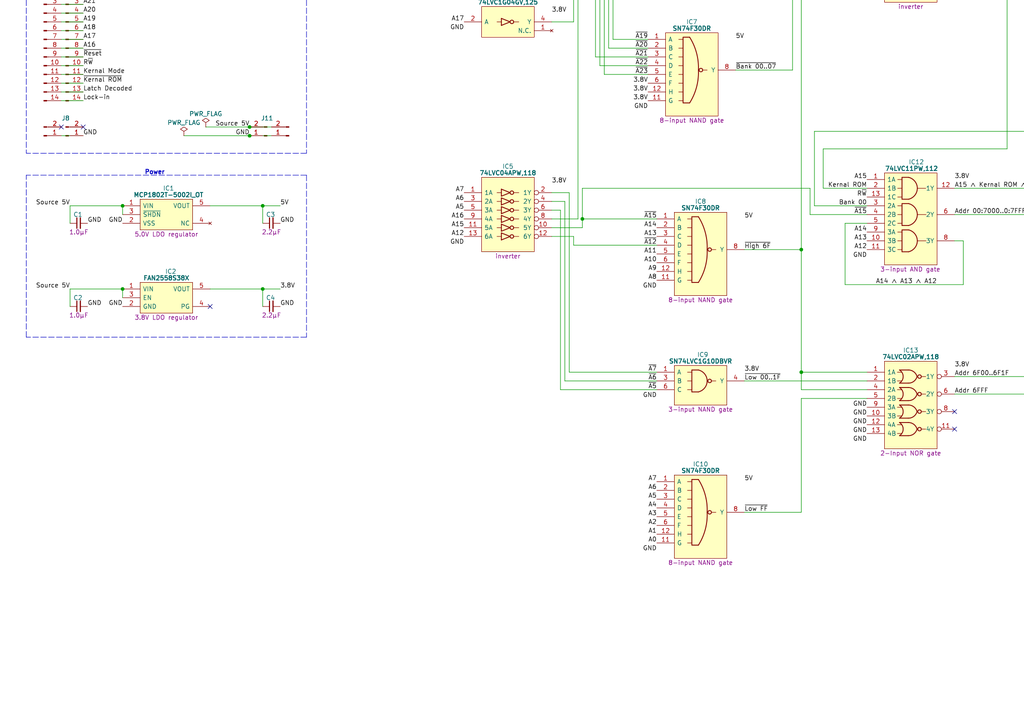
<source format=kicad_sch>
(kicad_sch (version 20211123) (generator eeschema)
  (paper "A4")
  (junction (at 372.11 0))
  (junction (at 35.56 83.82))
  (junction (at 173.99 -15.24))
  (junction (at 168.91 63.5))
  (junction (at 35.56 59.69))
  (junction (at 176.53 -20.32))
  (junction (at 72.39 39.37))
  (junction (at 232.41 107.95))
  (junction (at 308.61 39.37))
  (junction (at 175.26 -17.78))
  (junction (at 303.53 -13.97))
  (junction (at 177.8 -22.86))
  (junction (at 76.2 83.82))
  (junction (at 325.12 30.48))
  (junction (at 308.61 86.36))
  (junction (at 76.2 59.69))
  (junction (at 308.61 -3.81))
  (junction (at 308.61 106.68))
  (junction (at 232.41 72.39))
  (junction (at 72.39 36.83))
  (junction (at 308.61 38.1))
  (junction (at 172.72 -12.7))
  (no_connect (at 78.74 -13.97))
  (no_connect (at 276.86 -6.35))
  (no_connect (at 276.86 -3.81))
  (no_connect (at 276.86 119.38))
  (no_connect (at 276.86 124.46))
  (no_connect (at 547.37 66.04))
  (no_connect (at 547.37 100.33))
  (no_connect (at 24.13 36.83))
  (no_connect (at 78.74 -11.43))
  (no_connect (at 294.64 -57.15))
  (no_connect (at 274.32 -57.15))
  (no_connect (at 72.39 -11.43))
  (no_connect (at 60.96 88.9))
  (no_connect (at 353.06 50.8))
  (no_connect (at 353.06 55.88))
  (no_connect (at 72.39 -13.97))
  (no_connect (at 78.74 -59.69))
  (no_connect (at 72.39 -59.69))
  (no_connect (at 267.97 -67.31))
  (no_connect (at 267.97 -69.85))
  (no_connect (at 274.32 -83.82))
  (no_connect (at 294.64 -83.82))
  (no_connect (at 17.78 36.83))
  (no_connect (at 353.06 124.46))
  (wire (pts (xy 492.76 40.64) (xy 510.54 40.64)))
  (wire (pts (xy 325.12 -6.35) (xy 325.12 30.48)))
  (wire (pts (xy 17.78 13.97) (xy 24.13 13.97)))
  (wire (pts (xy 78.74 36.83) (xy 72.39 36.83)))
  (wire (pts (xy 502.92 55.88) (xy 502.92 102.87)))
  (wire (pts (xy 276.86 114.3) (xy 302.26 114.3)))
  (wire (pts (xy 511.81 38.1) (xy 511.81 53.34)))
  (wire (pts (xy 353.06 0) (xy 372.11 0)))
  (wire (pts (xy 381 81.28) (xy 355.6 81.28)))
  (wire (pts (xy 232.41 113.03) (xy 251.46 113.03)))
  (wire (pts (xy 267.97 -62.23) (xy 274.32 -62.23)))
  (wire (pts (xy 187.96 -7.62) (xy 167.64 -7.62)))
  (wire (pts (xy 20.32 59.69) (xy 35.56 59.69)))
  (wire (pts (xy 276.86 62.23) (xy 298.45 62.23)))
  (wire (pts (xy 299.72 -81.28) (xy 294.64 -81.28)))
  (wire (pts (xy 276.86 -16.51) (xy 308.61 -16.51)))
  (wire (pts (xy 373.38 71.12) (xy 381 71.12)))
  (wire (pts (xy 353.06 -10.16) (xy 436.88 -10.16)))
  (wire (pts (xy 273.05 -72.39) (xy 273.05 -76.2)))
  (wire (pts (xy 168.91 63.5) (xy 190.5 63.5)))
  (wire (pts (xy 17.78 -62.23) (xy 24.13 -62.23)))
  (wire (pts (xy 294.64 -62.23) (xy 300.99 -62.23)))
  (wire (pts (xy 353.06 40.64) (xy 467.36 40.64)))
  (wire (pts (xy 236.22 38.1) (xy 236.22 59.69)))
  (wire (pts (xy 78.74 -6.35) (xy 72.39 -6.35)))
  (wire (pts (xy 298.45 -1.27) (xy 327.66 -1.27)))
  (wire (pts (xy 276.86 -13.97) (xy 303.53 -13.97)))
  (wire (pts (xy 322.58 -11.43) (xy 327.66 -11.43)))
  (wire (pts (xy 271.78 -74.93) (xy 267.97 -74.93)))
  (wire (pts (xy 17.78 1.27) (xy 24.13 1.27)))
  (wire (pts (xy 187.96 11.43) (xy 177.8 11.43)))
  (wire (pts (xy 179.07 -17.78) (xy 187.96 -17.78)))
  (wire (pts (xy 300.99 -83.82) (xy 300.99 -78.74)))
  (wire (pts (xy 299.72 -49.53) (xy 306.07 -49.53)))
  (wire (pts (xy 251.46 115.57) (xy 232.41 115.57)))
  (wire (pts (xy 406.4 73.66) (xy 414.02 73.66)))
  (polyline (pts (xy 7.62 97.79) (xy 7.62 50.8)))
  (wire (pts (xy 353.06 -15.24) (xy 355.6 -15.24)))
  (wire (pts (xy 165.1 107.95) (xy 190.5 107.95)))
  (wire (pts (xy 17.78 -59.69) (xy 24.13 -59.69)))
  (wire (pts (xy 320.04 54.61) (xy 276.86 54.61)))
  (wire (pts (xy 377.19 60.96) (xy 377.19 78.74)))
  (wire (pts (xy 17.78 -21.59) (xy 24.13 -21.59)))
  (wire (pts (xy 308.61 106.68) (xy 327.66 106.68)))
  (wire (pts (xy 232.41 107.95) (xy 251.46 107.95)))
  (wire (pts (xy 177.8 -22.86) (xy 177.8 11.43)))
  (wire (pts (xy 355.6 45.72) (xy 355.6 30.48)))
  (wire (pts (xy 267.97 -64.77) (xy 274.32 -64.77)))
  (wire (pts (xy 381 73.66) (xy 372.11 73.66)))
  (wire (pts (xy 17.78 8.89) (xy 24.13 8.89)))
  (wire (pts (xy 406.4 81.28) (xy 440.69 81.28)))
  (wire (pts (xy 276.86 109.22) (xy 327.66 109.22)))
  (wire (pts (xy 238.76 43.18) (xy 238.76 54.61)))
  (polyline (pts (xy 7.62 -68.58) (xy 7.62 44.45)))
  (wire (pts (xy 78.74 39.37) (xy 72.39 39.37)))
  (wire (pts (xy 294.64 -64.77) (xy 306.07 -64.77)))
  (wire (pts (xy 215.9 110.49) (xy 251.46 110.49)))
  (wire (pts (xy 374.65 88.9) (xy 381 88.9)))
  (wire (pts (xy 234.95 54.61) (xy 234.95 62.23)))
  (wire (pts (xy 439.42 50.8) (xy 467.36 50.8)))
  (wire (pts (xy 166.37 68.58) (xy 160.02 68.58)))
  (wire (pts (xy 372.11 0) (xy 435.61 0)))
  (wire (pts (xy 173.99 19.05) (xy 187.96 19.05)))
  (wire (pts (xy 270.51 -77.47) (xy 270.51 -81.28)))
  (wire (pts (xy 17.78 24.13) (xy 24.13 24.13)))
  (wire (pts (xy 17.78 11.43) (xy 24.13 11.43)))
  (wire (pts (xy 173.99 -15.24) (xy 187.96 -15.24)))
  (wire (pts (xy 300.99 -78.74) (xy 294.64 -78.74)))
  (wire (pts (xy 300.99 -62.23) (xy 300.99 -57.15)))
  (wire (pts (xy 467.36 38.1) (xy 436.88 38.1)))
  (wire (pts (xy 173.99 -15.24) (xy 173.99 19.05)))
  (wire (pts (xy 492.76 50.8) (xy 505.46 50.8)))
  (wire (pts (xy 163.83 110.49) (xy 190.5 110.49)))
  (wire (pts (xy 215.9 72.39) (xy 232.41 72.39)))
  (wire (pts (xy 232.41 107.95) (xy 232.41 113.03)))
  (wire (pts (xy 509.27 43.18) (xy 509.27 58.42)))
  (polyline (pts (xy 88.9 97.79) (xy 7.62 97.79)))
  (wire (pts (xy 308.61 -3.81) (xy 308.61 -16.51)))
  (wire (pts (xy 279.4 82.55) (xy 245.11 82.55)))
  (wire (pts (xy 294.64 -59.69) (xy 299.72 -59.69)))
  (wire (pts (xy 160.02 58.42) (xy 163.83 58.42)))
  (wire (pts (xy 414.02 73.66) (xy 414.02 60.96)))
  (wire (pts (xy 504.19 100.33) (xy 521.97 100.33)))
  (wire (pts (xy 17.78 -44.45) (xy 24.13 -44.45)))
  (wire (pts (xy 166.37 71.12) (xy 190.5 71.12)))
  (wire (pts (xy 303.53 83.82) (xy 303.53 -13.97)))
  (wire (pts (xy 172.72 -12.7) (xy 179.07 -12.7)))
  (wire (pts (xy 510.54 55.88) (xy 521.97 55.88)))
  (wire (pts (xy 353.06 -5.08) (xy 373.38 -5.08)))
  (wire (pts (xy 160.02 -25.4) (xy 187.96 -25.4)))
  (wire (pts (xy 294.64 -76.2) (xy 306.07 -76.2)))
  (wire (pts (xy 232.41 148.59) (xy 215.9 148.59)))
  (wire (pts (xy 20.32 83.82) (xy 20.32 88.9)))
  (polyline (pts (xy 88.9 50.8) (xy 88.9 97.79)))
  (wire (pts (xy 353.06 38.1) (xy 359.41 38.1)))
  (wire (pts (xy 245.11 82.55) (xy 245.11 64.77)))
  (wire (pts (xy 322.58 -16.51) (xy 327.66 -16.51)))
  (wire (pts (xy 436.88 38.1) (xy 436.88 -10.16)))
  (wire (pts (xy 168.91 54.61) (xy 234.95 54.61)))
  (wire (pts (xy 229.87 -13.97) (xy 229.87 20.32)))
  (wire (pts (xy 179.07 -12.7) (xy 179.07 -17.78)))
  (wire (pts (xy 229.87 -13.97) (xy 251.46 -13.97)))
  (wire (pts (xy 78.74 -3.81) (xy 72.39 -3.81)))
  (wire (pts (xy 292.1 43.18) (xy 238.76 43.18)))
  (wire (pts (xy 78.74 -8.89) (xy 72.39 -8.89)))
  (wire (pts (xy 325.12 30.48) (xy 325.12 41.91)))
  (wire (pts (xy 308.61 114.3) (xy 308.61 106.68)))
  (wire (pts (xy 308.61 86.36) (xy 308.61 106.68)))
  (wire (pts (xy 160.02 -15.24) (xy 173.99 -15.24)))
  (wire (pts (xy 327.66 46.99) (xy 320.04 46.99)))
  (wire (pts (xy 308.61 86.36) (xy 381 86.36)))
  (wire (pts (xy 355.6 -25.4) (xy 325.12 -25.4)))
  (wire (pts (xy 505.46 50.8) (xy 505.46 97.79)))
  (wire (pts (xy 353.06 109.22) (xy 438.15 109.22)))
  (wire (pts (xy 511.81 53.34) (xy 521.97 53.34)))
  (wire (pts (xy 306.07 -91.44) (xy 299.72 -91.44)))
  (wire (pts (xy 355.6 116.84) (xy 353.06 116.84)))
  (wire (pts (xy 176.53 -20.32) (xy 187.96 -20.32)))
  (wire (pts (xy 17.78 -3.81) (xy 24.13 -3.81)))
  (wire (pts (xy 353.06 45.72) (xy 355.6 45.72)))
  (wire (pts (xy 267.97 -59.69) (xy 274.32 -59.69)))
  (wire (pts (xy 327.66 -6.35) (xy 325.12 -6.35)))
  (wire (pts (xy 160.02 55.88) (xy 165.1 55.88)))
  (wire (pts (xy 78.74 -21.59) (xy 72.39 -21.59)))
  (wire (pts (xy 187.96 -12.7) (xy 180.34 -12.7)))
  (wire (pts (xy 274.32 -78.74) (xy 271.78 -78.74)))
  (wire (pts (xy 510.54 40.64) (xy 510.54 55.88)))
  (wire (pts (xy 279.4 69.85) (xy 279.4 82.55)))
  (wire (pts (xy 17.78 -36.83) (xy 24.13 -36.83)))
  (wire (pts (xy 167.64 -7.62) (xy 167.64 63.5)))
  (wire (pts (xy 172.72 16.51) (xy 187.96 16.51)))
  (wire (pts (xy 17.78 -39.37) (xy 24.13 -39.37)))
  (wire (pts (xy 17.78 16.51) (xy 24.13 16.51)))
  (wire (pts (xy 180.34 -12.7) (xy 180.34 -19.05)))
  (wire (pts (xy 17.78 6.35) (xy 24.13 6.35)))
  (wire (pts (xy 372.11 73.66) (xy 372.11 0)))
  (wire (pts (xy 308.61 -3.81) (xy 327.66 -3.81)))
  (wire (pts (xy 17.78 -49.53) (xy 24.13 -49.53)))
  (wire (pts (xy 180.34 -19.05) (xy 175.26 -19.05)))
  (wire (pts (xy 172.72 -12.7) (xy 172.72 16.51)))
  (wire (pts (xy 166.37 -10.16) (xy 166.37 6.35)))
  (wire (pts (xy 267.97 -77.47) (xy 270.51 -77.47)))
  (wire (pts (xy 300.99 -57.15) (xy 306.07 -57.15)))
  (wire (pts (xy 17.78 -13.97) (xy 24.13 -13.97)))
  (wire (pts (xy 160.02 63.5) (xy 167.64 63.5)))
  (wire (pts (xy 17.78 19.05) (xy 24.13 19.05)))
  (polyline (pts (xy 88.9 -68.58) (xy 88.9 44.45)))
  (wire (pts (xy 162.56 113.03) (xy 190.5 113.03)))
  (wire (pts (xy 162.56 60.96) (xy 162.56 113.03)))
  (wire (pts (xy 17.78 -26.67) (xy 24.13 -26.67)))
  (wire (pts (xy 17.78 -24.13) (xy 24.13 -24.13)))
  (wire (pts (xy 353.06 -17.78) (xy 359.41 -17.78)))
  (wire (pts (xy 505.46 97.79) (xy 521.97 97.79)))
  (wire (pts (xy 320.04 46.99) (xy 320.04 54.61)))
  (wire (pts (xy 467.36 53.34) (xy 435.61 53.34)))
  (wire (pts (xy 492.76 45.72) (xy 508 45.72)))
  (wire (pts (xy 17.78 -16.51) (xy 24.13 -16.51)))
  (wire (pts (xy 187.96 21.59) (xy 175.26 21.59)))
  (wire (pts (xy 78.74 -19.05) (xy 72.39 -19.05)))
  (wire (pts (xy 187.96 -10.16) (xy 166.37 -10.16)))
  (wire (pts (xy 17.78 -31.75) (xy 24.13 -31.75)))
  (wire (pts (xy 160.02 60.96) (xy 162.56 60.96)))
  (wire (pts (xy 238.76 54.61) (xy 251.46 54.61)))
  (wire (pts (xy 355.6 81.28) (xy 355.6 116.84)))
  (wire (pts (xy 17.78 29.21) (xy 24.13 29.21)))
  (wire (pts (xy 355.6 -15.24) (xy 355.6 -25.4)))
  (wire (pts (xy 213.36 20.32) (xy 229.87 20.32)))
  (wire (pts (xy 327.66 114.3) (xy 308.61 114.3)))
  (wire (pts (xy 168.91 54.61) (xy 168.91 63.5)))
  (wire (pts (xy 325.12 -8.89) (xy 327.66 -8.89)))
  (wire (pts (xy 76.2 59.69) (xy 81.28 59.69)))
  (wire (pts (xy 271.78 -78.74) (xy 271.78 -74.93)))
  (wire (pts (xy 163.83 58.42) (xy 163.83 110.49)))
  (wire (pts (xy 303.53 -13.97) (xy 327.66 -13.97)))
  (wire (pts (xy 308.61 38.1) (xy 308.61 -3.81)))
  (wire (pts (xy 17.78 -1.27) (xy 24.13 -1.27)))
  (wire (pts (xy 504.19 53.34) (xy 504.19 100.33)))
  (wire (pts (xy 492.76 38.1) (xy 511.81 38.1)))
  (wire (pts (xy 508 60.96) (xy 521.97 60.96)))
  (wire (pts (xy 160.02 -12.7) (xy 172.72 -12.7)))
  (wire (pts (xy 355.6 30.48) (xy 325.12 30.48)))
  (polyline (pts (xy 88.9 50.8) (xy 7.62 50.8)))
  (wire (pts (xy 17.78 -46.99) (xy 24.13 -46.99)))
  (wire (pts (xy 166.37 71.12) (xy 166.37 68.58)))
  (wire (pts (xy 267.97 -72.39) (xy 273.05 -72.39)))
  (wire (pts (xy 251.46 59.69) (xy 236.22 59.69)))
  (wire (pts (xy 502.92 102.87) (xy 521.97 102.87)))
  (wire (pts (xy 35.56 83.82) (xy 35.56 86.36)))
  (wire (pts (xy 435.61 53.34) (xy 435.61 0)))
  (wire (pts (xy 509.27 58.42) (xy 521.97 58.42)))
  (wire (pts (xy 17.78 21.59) (xy 24.13 21.59)))
  (wire (pts (xy 232.41 72.39) (xy 232.41 107.95)))
  (wire (pts (xy 72.39 39.37) (xy 53.34 39.37)))
  (wire (pts (xy 17.78 39.37) (xy 24.13 39.37)))
  (wire (pts (xy 176.53 13.97) (xy 187.96 13.97)))
  (wire (pts (xy 160.02 -20.32) (xy 176.53 -20.32)))
  (wire (pts (xy 438.15 43.18) (xy 438.15 109.22)))
  (wire (pts (xy 308.61 38.1) (xy 236.22 38.1)))
  (wire (pts (xy 17.78 -11.43) (xy 24.13 -11.43)))
  (wire (pts (xy 76.2 83.82) (xy 81.28 83.82)))
  (wire (pts (xy 168.91 63.5) (xy 168.91 66.04)))
  (wire (pts (xy 492.76 43.18) (xy 509.27 43.18)))
  (wire (pts (xy 302.26 114.3) (xy 302.26 91.44)))
  (wire (pts (xy 160.02 -22.86) (xy 177.8 -22.86)))
  (wire (pts (xy 302.26 91.44) (xy 381 91.44)))
  (wire (pts (xy 308.61 39.37) (xy 308.61 38.1)))
  (wire (pts (xy 213.36 -16.51) (xy 251.46 -16.51)))
  (wire (pts (xy 232.41 72.39) (xy 232.41 -8.89)))
  (wire (pts (xy 276.86 69.85) (xy 279.4 69.85)))
  (wire (pts (xy 492.76 48.26) (xy 506.73 48.26)))
  (wire (pts (xy 506.73 95.25) (xy 521.97 95.25)))
  (wire (pts (xy 76.2 59.69) (xy 76.2 64.77)))
  (wire (pts (xy 78.74 -62.23) (xy 72.39 -62.23)))
  (wire (pts (xy 76.2 83.82) (xy 76.2 88.9)))
  (wire (pts (xy 298.45 62.23) (xy 298.45 -1.27)))
  (wire (pts (xy 17.78 -19.05) (xy 24.13 -19.05)))
  (wire (pts (xy 17.78 -29.21) (xy 24.13 -29.21)))
  (wire (pts (xy 325.12 -25.4) (xy 325.12 -8.89)))
  (wire (pts (xy 308.61 39.37) (xy 308.61 86.36)))
  (wire (pts (xy 508 45.72) (xy 508 60.96)))
  (wire (pts (xy 276.86 -11.43) (xy 292.1 -11.43)))
  (wire (pts (xy 299.72 -91.44) (xy 299.72 -81.28)))
  (wire (pts (xy 175.26 -17.78) (xy 175.26 21.59)))
  (wire (pts (xy 299.72 -59.69) (xy 299.72 -49.53)))
  (wire (pts (xy 506.73 48.26) (xy 506.73 95.25)))
  (wire (pts (xy 353.06 106.68) (xy 359.41 106.68)))
  (wire (pts (xy 245.11 64.77) (xy 251.46 64.77)))
  (wire (pts (xy 175.26 -19.05) (xy 175.26 -17.78)))
  (wire (pts (xy 492.76 55.88) (xy 502.92 55.88)))
  (wire (pts (xy 72.39 36.83) (xy 59.69 36.83)))
  (wire (pts (xy 327.66 116.84) (xy 306.07 116.84)))
  (wire (pts (xy 374.65 76.2) (xy 381 76.2)))
  (wire (pts (xy 306.07 116.84) (xy 306.07 -8.89)))
  (wire (pts (xy 232.41 115.57) (xy 232.41 148.59)))
  (wire (pts (xy 165.1 55.88) (xy 165.1 107.95)))
  (wire (pts (xy 17.78 26.67) (xy 24.13 26.67)))
  (wire (pts (xy 166.37 6.35) (xy 160.02 6.35)))
  (wire (pts (xy 406.4 88.9) (xy 439.42 88.9)))
  (wire (pts (xy 322.58 3.81) (xy 327.66 3.81)))
  (wire (pts (xy 306.07 -8.89) (xy 276.86 -8.89)))
  (wire (pts (xy 414.02 60.96) (xy 377.19 60.96)))
  (wire (pts (xy 20.32 83.82) (xy 35.56 83.82)))
  (wire (pts (xy 308.61 39.37) (xy 327.66 39.37)))
  (wire (pts (xy 467.36 43.18) (xy 438.15 43.18)))
  (wire (pts (xy 234.95 62.23) (xy 251.46 62.23)))
  (wire (pts (xy 325.12 41.91) (xy 327.66 41.91)))
  (wire (pts (xy 381 83.82) (xy 303.53 83.82)))
  (wire (pts (xy 168.91 66.04) (xy 160.02 66.04)))
  (wire (pts (xy 160.02 -17.78) (xy 175.26 -17.78)))
  (wire (pts (xy 35.56 62.23) (xy 35.56 59.69)))
  (wire (pts (xy 439.42 88.9) (xy 439.42 50.8)))
  (wire (pts (xy 377.19 78.74) (xy 381 78.74)))
  (wire (pts (xy 373.38 -5.08) (xy 373.38 71.12)))
  (wire (pts (xy 60.96 83.82) (xy 76.2 83.82)))
  (wire (pts (xy 176.53 -20.32) (xy 176.53 13.97)))
  (polyline (pts (xy 88.9 44.45) (xy 7.62 44.45)))
  (wire (pts (xy 177.8 -22.86) (xy 187.96 -22.86)))
  (wire (pts (xy 273.05 -76.2) (xy 274.32 -76.2)))
  (wire (pts (xy 467.36 55.88) (xy 440.69 55.88)))
  (wire (pts (xy 20.32 59.69) (xy 20.32 64.77)))
  (wire (pts (xy 17.78 3.81) (xy 24.13 3.81)))
  (wire (pts (xy 492.76 53.34) (xy 504.19 53.34)))
  (wire (pts (xy 270.51 -81.28) (xy 274.32 -81.28)))
  (wire (pts (xy 440.69 55.88) (xy 440.69 81.28)))
  (wire (pts (xy 322.58 1.27) (xy 327.66 1.27)))
  (polyline (pts (xy 7.62 -68.58) (xy 88.9 -68.58)))
  (wire (pts (xy 60.96 59.69) (xy 76.2 59.69)))
  (wire (pts (xy 78.74 -16.51) (xy 72.39 -16.51)))
  (wire (pts (xy 232.41 -8.89) (xy 251.46 -8.89)))
  (wire (pts (xy 292.1 -11.43) (xy 292.1 43.18)))
  (wire (pts (xy 17.78 -41.91) (xy 24.13 -41.91)))
  (wire (pts (xy 306.07 -83.82) (xy 300.99 -83.82)))
  (wire (pts (xy 17.78 -34.29) (xy 24.13 -34.29)))
  (text "⊼ NAND\n∧ AND\n∨ OR\n⊽ NOR\n⊻ XOR\n" (at 161.29 -60.96 0) (effects (font (size 1.27 1.27)) (justify left bottom)))
  (text "Connectors" (at 40.64 -68.58 0) (effects (font (size 1.27 1.27) (thickness 0.254) bold) (justify left bottom)))
  (text "Power" (at 41.91 50.8 0) (effects (font (size 1.27 1.27) (thickness 0.254) bold) (justify left bottom)))
  (label "3.8V" (at 523.24 -45.72 180))
  (label "GND" (at 467.36 33.02 180))
  (label "~{Special Valid}" (at 242.57 -72.39 180))
  (label "~{Special Valid}_{0}" (at 467.36 43.18 180))
  (label "A23" (at 24.13 -3.81 0))
  (label "Lock-in" (at 521.97 50.8 180))
  (label "GND" (at 521.97 73.66 180))
  (label "5V" (at 508 -27.94 180))
  (label "GND" (at 543.56 -19.05 0))
  (label "3.8V" (at 521.97 68.58 180))
  (label "GND" (at 322.58 3.81 180))
  (label "A10" (at 24.13 -36.83 0))
  (label "GND" (at 251.46 120.65 180))
  (label "Kernal Mode" (at 327.66 111.76 180))
  (label "GND" (at 558.8 -27.94 0))
  (label "~{Main Memory Valid}" (at 547.37 58.42 0))
  (label "3.8V" (at 359.41 106.68 0))
  (label "Latch Decoded" (at 24.13 26.67 0))
  (label "~{Special Valid}_{0}" (at 408.94 109.22 0))
  (label "A21" (at 24.13 1.27 0))
  (label "GND" (at 251.46 -3.81 180))
  (label "~{Reset}" (at 322.58 -11.43 180))
  (label "~{A21}" (at 187.96 -17.78 180))
  (label "Lock-in Address Valid" (at 72.39 -8.89 180))
  (label "Addr 00:7000..0:7FFF" (at 276.86 62.23 0))
  (label "A7" (at 190.5 139.7 180))
  (label "A22" (at 134.62 -15.24 180))
  (label "GND" (at 513.08 -27.94 0))
  (label "~{LED Enable}" (at 24.13 -59.69 0))
  (label "Kernal Mode" (at 322.58 -16.51 180))
  (label "~{A12}" (at 190.5 71.12 180))
  (label "Internal Memory Valid_{0}" (at 467.36 55.88 180))
  (label "3.8V" (at 215.9 107.95 0))
  (label "A1" (at 24.13 -13.97 0))
  (label "3.8V" (at 523.24 -19.05 180))
  (label "((A15 ∧ Kernal ROM ∧ R~{W}) ∧ Kernal Mode) ⊼ Bank 00" (at 353.06 -5.08 0))
  (label "5V" (at 242.57 -80.01 180))
  (label "A13" (at 24.13 -44.45 0))
  (label "Lock-in Address Valid_{0 and 1}" (at 408.94 88.9 0))
  (label "3.8V" (at 521.97 63.5 180))
  (label "3.8V" (at 553.72 -19.05 180))
  (label "~{A19}" (at 187.96 11.43 180))
  (label "GND" (at 72.39 39.37 180))
  (label "Kernal Mode ⊼ Bank NT" (at 327.66 -25.4 0))
  (label "A13" (at 190.5 68.58 180))
  (label "GND" (at 528.32 -36.83 0))
  (label "~{A5}" (at 190.5 113.03 180))
  (label "Bank 00" (at 374.65 86.36 180))
  (label "GND" (at 24.13 39.37 0))
  (label "GND" (at 25.4 64.77 0))
  (label "A2" (at 190.5 152.4 180))
  (label "Main Memory Valid_{0}" (at 408.94 -10.16 0))
  (label "A3" (at 24.13 -19.05 0))
  (label "3.8V" (at 492.76 33.02 0))
  (label "Bank 00..07" (at 276.86 -13.97 0))
  (label "~{A23}" (at 187.96 -12.7 180))
  (label "GND" (at 190.5 160.02 180))
  (label "Internal Memory Valid" (at 547.37 107.95 0))
  (label "Kernal ROM" (at 251.46 54.61 180))
  (label "GND" (at 327.66 59.69 180))
  (label "Internal Memory Valid_{0}" (at 408.94 81.28 0))
  (label "A14" (at 190.5 66.04 180))
  (label "Source 5V" (at 20.32 59.69 180))
  (label "GND" (at 35.56 64.77 180))
  (label "GND" (at 327.66 129.54 180))
  (label "Kernal ROM" (at 276.86 -11.43 0))
  (label "3.8V" (at 276.86 52.07 0))
  (label "ROM Valid_{0}" (at 467.36 40.64 180))
  (label "~{A16}" (at 187.96 -7.62 180))
  (label "~{A15}" (at 190.5 63.5 180))
  (label "A18" (at 134.62 -25.4 180))
  (label "GND" (at 513.08 -36.83 0))
  (label "GND" (at 251.46 -6.35 180))
  (label "GND" (at 327.66 121.92 180))
  (label "A5" (at 24.13 -24.13 0))
  (label "A22" (at 24.13 -1.27 0))
  (label "GND" (at 190.5 115.57 180))
  (label "Kernal Mode" (at 327.66 119.38 180))
  (label "A15 ∧ Kernal ROM ∧ R~{W}" (at 276.86 54.61 0))
  (label "3.8V" (at 359.41 -17.78 0))
  (label "Addr 6FFF" (at 374.65 91.44 180))
  (label "Addr 6FFF" (at 276.86 114.3 0))
  (label "GND" (at 187.96 -5.08 180))
  (label "A17" (at 24.13 11.43 0))
  (label "A7" (at 134.62 55.88 180))
  (label "GND" (at 381 93.98 180))
  (label "GND" (at 528.32 -19.05 0))
  (label "~{A20}" (at 187.96 -20.32 180))
  (label "5V" (at 215.9 63.5 0))
  (label "GND" (at 521.97 48.26 180))
  (label "~{A22}" (at 187.96 -15.24 180))
  (label "A15" (at 134.62 66.04 180))
  (label "GND" (at 467.36 45.72 180))
  (label "GND" (at 497.84 -29.21 0))
  (label "R~{W}" (at 251.46 57.15 180))
  (label "~{Kernal ROM}" (at 251.46 -11.43 180))
  (label "GND" (at 327.66 127 180))
  (label "GND" (at 134.62 8.89 180))
  (label "~{Device Valid}_{0}" (at 467.36 53.34 180))
  (label "A16" (at 24.13 13.97 0))
  (label "~{Device Valid}" (at 72.39 -6.35 180))
  (label "GND" (at 72.39 -62.23 180))
  (label "3.8V" (at 187.96 26.67 180))
  (label "A7" (at 24.13 -29.21 0))
  (label "~{Main Memory Valid}" (at 242.57 -77.47 180))
  (label "GND" (at 327.66 57.15 180))
  (label "Lock-in" (at 24.13 29.21 0))
  (label "3.8V" (at 523.24 -36.83 180))
  (label "3.8V" (at 160.02 3.81 0))
  (label "3.8V" (at 538.48 -19.05 180))
  (label "Latch Decoded" (at 467.36 35.56 180))
  (label "3.8V" (at 276.86 -19.05 0))
  (label "(A15 ∧ Kernal ROM ∧ R~{W}) ∧ Kernal Mode" (at 327.66 30.48 0))
  (label "5V" (at 492.76 -36.83 180))
  (label "GND" (at 528.32 -45.72 0))
  (label "3.8V" (at 187.96 29.21 180))
  (label "3.8V" (at 538.48 -36.83 180))
  (label "Source 5V" (at 20.32 83.82 180))
  (label "~{Device Valid}" (at 242.57 -62.23 180))
  (label "GND" (at 187.96 31.75 180))
  (label "A3" (at 190.5 149.86 180))
  (label "A17" (at 134.62 6.35 180))
  (label "~{Kernal ROM}" (at 24.13 24.13 0))
  (label "A10" (at 190.5 76.2 180))
  (label "A6" (at 190.5 142.24 180))
  (label "ROM Valid" (at 72.39 -19.05 180))
  (label "3.8V" (at 547.37 48.26 0))
  (label "GND" (at 251.46 125.73 180))
  (label "3.8V" (at 160.02 53.34 0))
  (label "GND" (at 513.08 -19.05 0))
  (label "GND" (at 327.66 54.61 180))
  (label "~{A23}" (at 187.96 21.59 180))
  (label "3.8V" (at 359.41 38.1 0))
  (label "R~{W}" (at 24.13 19.05 0))
  (label "3.8V" (at 538.48 -45.72 180))
  (label "3.8V" (at 81.28 83.82 0))
  (label "Kernal Mode" (at 374.65 76.2 180))
  (label "GND" (at 251.46 128.27 180))
  (label "~{Special Valid}" (at 72.39 -16.51 180))
  (label "A12" (at 251.46 72.39 180))
  (label "~{A18}" (at 187.96 -25.4 180))
  (label "GND" (at 25.4 88.9 0))
  (label "3.8V" (at 276.86 106.68 0))
  (label "GND" (at 24.13 -62.23 0))
  (label "~{Low 00..1F}" (at 215.9 110.49 0))
  (label "Kernal Mode" (at 322.58 1.27 180))
  (label "GND" (at 543.56 -27.94 0))
  (label "GND" (at 521.97 115.57 180))
  (label "A20" (at 134.62 -20.32 180))
  (label "GND" (at 497.84 -36.83 0))
  (label "Kernal Mode" (at 327.66 44.45 180))
  (label "A19" (at 134.62 -22.86 180))
  (label "~{Bank 00..07}" (at 213.36 20.32 0))
  (label "GND" (at 521.97 66.04 180))
  (label "GND" (at 81.28 64.77 0))
  (label "GND" (at 497.84 -45.72 0))
  (label "GND" (at 558.8 -45.72 0))
  (label "3.8V" (at 538.48 -27.94 180))
  (label "~{LED Enable}" (at 242.57 -82.55 180))
  (label "3.8V" (at 160.02 -27.94 0))
  (label "GND" (at 558.8 -19.05 0))
  (label "Lock-in Address Valid" (at 547.37 102.87 0))
  (label "A14 ∧ A13 ∧ A12" (at 254 82.55 0))
  (label "A8" (at 24.13 -31.75 0))
  (label "~{A17}" (at 187.96 -10.16 180))
  (label "3.8V" (at 521.97 113.03 180))
  (label "GND" (at 327.66 52.07 180))
  (label "~{High 6F}" (at 215.9 72.39 0))
  (label "GND" (at 467.36 58.42 180))
  (label "Lock-in Address Valid_{0 and 1}" (at 521.97 107.95 180))
  (label "A14" (at 251.46 67.31 180))
  (label "A23" (at 134.62 -17.78 180))
  (label "GND" (at 327.66 124.46 180))
  (label "GND" (at 251.46 123.19 180))
  (label "A6" (at 134.62 58.42 180))
  (label "A5" (at 190.5 144.78 180))
  (label "~{Bank 00}" (at 213.36 -16.51 0))
  (label "3.8V" (at 508 -36.83 180))
  (label "Lock-in" (at 521.97 92.71 180))
  (label "A12" (at 134.62 68.58 180))
  (label "Internal Memory Valid" (at 242.57 -59.69 180))
  (label "GND" (at 327.66 49.53 180))
  (label "A18" (at 24.13 8.89 0))
  (label "Bank 00" (at 251.46 59.69 180))
  (label "~{A6}" (at 190.5 110.49 180))
  (label "Kernal Mode" (at 24.13 21.59 0))
  (label "ROM Valid" (at 547.37 60.96 0))
  (label "A13" (at 251.46 69.85 180))
  (label "3.8V" (at 547.37 90.17 0))
  (label "3.8V" (at 523.24 -27.94 180))
  (label "GND" (at 242.57 -69.85 180))
  (label "A8" (at 190.5 81.28 180))
  (label "GND" (at 242.57 -67.31 180))
  (label "GND" (at 190.5 83.82 180))
  (label "A20" (at 24.13 3.81 0))
  (label "A9" (at 24.13 -34.29 0))
  (label "GND" (at 558.8 -36.83 0))
  (label "GND" (at 242.57 -57.15 180))
  (label "Source 5V" (at 72.39 36.83 180))
  (label "GND" (at 35.56 88.9 180))
  (label "A0" (at 24.13 -11.43 0))
  (label "3.8V" (at 521.97 110.49 180))
  (label "A14" (at 24.13 -46.99 0))
  (label "A1" (at 190.5 154.94 180))
  (label "3.8V" (at 553.72 -27.94 180))
  (label "3.8V" (at 508 -19.05 180))
  (label "3.8V" (at 406.4 71.12 0))
  (label "~{Low FF}" (at 215.9 148.59 0))
  (label "GND" (at 251.46 -1.27 180))
  (label "GND" (at 528.32 -27.94 0))
  (label "GND" (at 134.62 -10.16 180))
  (label "Lock-in Address Valid" (at 242.57 -64.77 180))
  (label "GND" (at 251.46 118.11 180))
  (label "5V" (at 267.97 -82.55 0))
  (label "Main Memory Valid_{0}" (at 467.36 38.1 180))
  (label "~{Device Valid}_{0}" (at 408.94 0 0))
  (label "GND" (at 521.97 90.17 180))
  (label "5V" (at 213.36 -25.4 0))
  (label "Bank 00" (at 327.66 114.3 180))
  (label "5V" (at 81.28 59.69 0))
  (label "A0" (at 190.5 157.48 180))
  (label "Lock-in Address Valid_{0 and 1}" (at 467.36 50.8 180))
  (label "5V" (at 492.76 -29.21 180))
  (label "A5" (at 134.62 60.96 180))
  (label "High 6F" (at 276.86 -8.89 0))
  (label "A15" (at 24.13 -49.53 0))
  (label "~{Reset}" (at 24.13 16.51 0))
  (label "A4" (at 190.5 147.32 180))
  (label "GND" (at 521.97 105.41 180))
  (label "~{A21}" (at 187.96 16.51 180))
  (label "Kernal Mode" (at 374.65 88.9 180))
  (label "GND" (at 521.97 71.12 180))
  (label "3.8V" (at 553.72 -45.72 180))
  (label "~{Device Valid}" (at 547.37 105.41 0))
  (label "GND" (at 81.28 88.9 0))
  (label "A21" (at 134.62 -12.7 180))
  (label "5V" (at 506.73 -45.72 180))
  (label "Addr 6F00..6F1F" (at 276.86 109.22 0))
  (label "A6" (at 24.13 -26.67 0))
  (label "ROM Valid" (at 242.57 -74.93 180))
  (label "GND" (at 134.62 71.12 180))
  (label "Bank 00..07" (at 374.65 83.82 180))
  (label "GND" (at 251.46 74.93 180))
  (label "Bank 00" (at 276.86 -16.51 0))
  (label "A2" (at 24.13 -16.51 0))
  (label "5V" (at 215.9 139.7 0))
  (label "ROM Valid_{0}" (at 408.94 40.64 0))
  (label "~{A15}" (at 251.46 62.23 180))
  (label "~{Special Valid}" (at 547.37 63.5 0))
  (label "Bank 00" (at 327.66 106.68 180))
  (label "5V" (at 213.36 11.43 0))
  (label "~{A19}" (at 187.96 -22.86 180))
  (label "GND" (at 511.81 -45.72 0))
  (label "A9" (at 190.5 78.74 180))
  (label "~{A22}" (at 187.96 19.05 180))
  (label "3.8V" (at 187.96 24.13 180))
  (label "A16" (at 134.62 63.5 180))
  (label "A11" (at 24.13 -39.37 0))
  (label "A11" (at 190.5 73.66 180))
  (label "A15" (at 251.46 52.07 180))
  (label "A12" (at 24.13 -41.91 0))
  (label "GND" (at 543.56 -36.83 0))
  (label "5V" (at 492.76 -45.72 180))
  (label "A19" (at 24.13 6.35 0))
  (label "~{A7}" (at 190.5 107.95 180))
  (label "~{A20}" (at 187.96 13.97 180))
  (label "Internal Memory Valid" (at 72.39 -3.81 180))
  (label "GND" (at 467.36 48.26 180))
  (label "GND" (at 543.56 -45.72 0))
  (label "~{Main Memory Valid}" (at 72.39 -21.59 180))
  (label "3.8V" (at 553.72 -36.83 180))
  (label "A4" (at 24.13 -21.59 0))
  (symbol (lib_id "Connector:Conn_01x02_Male") (at 77.47 39.37 180) (unit 1)
    (property "Reference" "J11" (at 77.47 34.29 0))
    (property "Value" "Conn_01x02_Male" (effects hide))
    (property "Footprint" "Connector_PinHeader_2.54mm:PinHeader_1x02_P2.54mm_Vertical" (effects hide))
  )
  (symbol (lib_id "Connector:Conn_01x14_Male") (at 12.7 11.43 0) (unit 1)
    (property "Reference" "J3" (effects hide))
    (property "Value" "Conn_01x14_Male" (effects hide))
    (property "Footprint" "Connector_PinHeader_2.54mm:PinHeader_1x14_P2.54mm_Vertical" (effects hide))
  )
  (symbol (lib_id "Nexperia:74LVC11PW,112") (at 381 71.12 0) (unit 1)
    (property "Reference" "IC17" (at 393.065 66.04 0) (effects (justify left)))
    (property "Value" "74LVC11PW,112" (at 386.08 67.945 0) (effects (font bold) (justify left)))
    (property "Footprint" "SOP65P640X110-14N" (effects hide))
    (property "Datasheet" "https://assets.nexperia.com/documents/data-sheet/74LVC11.pdf" (effects hide))
    (property "Description" "3-input AND gate" (at 384.81 97.155 0) (effects (justify left)))
    (property "Height" "1.1" (effects hide))
    (property "Mouser Part Number" "771-LVC11PW112" (effects hide))
    (property "Mouser Price/Stock" "https://www.mouser.co.uk/ProductDetail/Nexperia/74LVC11PW112?qs=me8TqzrmIYUpAtZGADtB2w%3D%3D" (effects hide))
    (property "Manufacturer_Name" "Nexperia" (effects hide))
    (property "Manufacturer_Part_Number" "74LVC11PW,112" (effects hide))
  )
  (symbol (lib_id "Nexperia:74LVC1G04GV,125") (at 134.62 3.81 0) (unit 1)
    (property "Reference" "IC4" (at 147.955 -1.27 0))
    (property "Value" "74LVC1G04GV,125" (at 147.32 0.635 0) (effects (font bold)))
    (property "Footprint" "SOT95P275X110-5N" (effects hide))
    (property "Datasheet" "https://assets.nexperia.com/documents/data-sheet/74LVC1G04.pdf" (effects hide))
    (property "Description" "NXP 74LVC1G04GV,125 Inverter, 1.65  5.5 V, 5-Pin SC-74A" (effects hide))
    (property "Height" "1.1" (effects hide))
    (property "Manufacturer_Name" "Nexperia" (effects hide))
    (property "Manufacturer_Part_Number" "74LVC1G04GV,125" (effects hide))
    (property "Mouser Part Number" "771-74LVC1G04GV" (effects hide))
    (property "Mouser Price/Stock" "https://www.mouser.co.uk/ProductDetail/Nexperia/74LVC1G04GV125?qs=me8TqzrmIYW6McwMAxl%2F9w%3D%3D" (effects hide))
    (property "Silkscreen" "74LVC1G04" (effects hide))
  )
  (symbol (lib_id "Nexperia:74LVC573APW,118") (at 467.36 33.02 0) (unit 1)
    (property "Reference" "IC18" (at 480.06 27.94 0))
    (property "Value" "74LVC573APW,118" (at 480.06 29.845 0) (effects (font bold)))
    (property "Footprint" "SOP65P640X110-20N" (effects hide))
    (property "Datasheet" "https://assets.nexperia.com/documents/data-sheet/74LVC573A.pdf" (effects hide))
    (property "Description" "8-bit D-type latch" (at 480.06 61.595 0))
    (property "Height" "1.1" (effects hide))
    (property "Mouser Part Number" "771-74LVC573APW-T" (effects hide))
    (property "Mouser Price/Stock" "https://www.mouser.co.uk/ProductDetail/Nexperia/74LVC573APW118/?qs=me8TqzrmIYU4mlL%252B5pgpig%3D%3D" (effects hide))
    (property "Manufacturer_Name" "Nexperia" (effects hide))
    (property "Manufacturer_Part_Number" "74LVC573APW,118" (effects hide))
  )
  (symbol (lib_id "Connector:Conn_01x02_Male") (at 77.47 -62.23 0) (mirror y) (unit 1)
    (property "Reference" "J9" (at 77.47 -64.77 0))
    (property "Value" "Conn_01x02_Male" (effects hide))
    (property "Footprint" "Connector_PinHeader_2.54mm:PinHeader_1x02_P2.54mm_Vertical" (effects hide))
  )
  (symbol (lib_id "HCP65:C_0805") (at 538.48 -19.05 0) (unit 1)
    (property "Reference" "C17" (at 540.766 -21.59 0))
    (property "Value" "C_0805" (effects hide))
    (property "Footprint" "SamacSys_Parts:C_0805" (effects hide))
    (property "Description" "1nF" (at 541.02 -16.51 0))
  )
  (symbol (lib_id "Nexperia:74LVC11PW,112") (at 251.46 52.07 0) (unit 1)
    (property "Reference" "IC12" (at 263.525 46.99 0) (effects (justify left)))
    (property "Value" "74LVC11PW,112" (at 256.54 48.895 0) (effects (font bold) (justify left)))
    (property "Footprint" "SOP65P640X110-14N" (effects hide))
    (property "Datasheet" "https://assets.nexperia.com/documents/data-sheet/74LVC11.pdf" (effects hide))
    (property "Description" "3-input AND gate" (at 255.27 78.105 0) (effects (justify left)))
    (property "Height" "1.1" (effects hide))
    (property "Mouser Part Number" "771-LVC11PW112" (effects hide))
    (property "Mouser Price/Stock" "https://www.mouser.co.uk/ProductDetail/Nexperia/74LVC11PW112?qs=me8TqzrmIYUpAtZGADtB2w%3D%3D" (effects hide))
    (property "Manufacturer_Name" "Nexperia" (effects hide))
    (property "Manufacturer_Part_Number" "74LVC11PW,112" (effects hide))
  )
  (symbol (lib_id "Wurth_Elektronik:150224SS73100") (at 309.88 -57.15 180) (unit 1)
    (property "Reference" "LED5" (at 309.88 -55.245 0) (effects (justify bottom)))
    (property "Value" "150224SS73100" (effects hide))
    (property "Footprint" "SamacSys_Parts:150224SS73100A" (effects hide))
    (property "Datasheet" "http://www.farnell.com/datasheets/2301711.pdf" (effects hide))
    (property "Description" "red LED" (at 309.88 -60.325 0) (effects (justify bottom)))
    (property "Height" "1.31" (effects hide))
    (property "Manufacturer_Name" "Wurth Elektronik" (effects hide))
    (property "Manufacturer_Part_Number" "150224SS73100" (effects hide))
    (property "Mouser Part Number" "710-150224SS73100" (effects hide))
    (property "Mouser Price/Stock" "https://www.mouser.co.uk/ProductDetail/Wurth-Elektronik/150224SS73100?qs=5aG0NVq1C4xYrTr%2FIVl59g%3D%3D" (effects hide))
    (property "Silkscreen" "red" (effects hide))
  )
  (symbol (lib_id "Texas_Instruments:SN74F30DR") (at 187.96 11.43 0) (unit 1)
    (property "Reference" "IC7" (at 200.66 6.35 0))
    (property "Value" "SN74F30DR" (at 200.66 8.255 0) (effects (font bold)))
    (property "Footprint" "SOIC127P600X175-14N" (effects hide))
    (property "Datasheet" "http://www.ti.com/lit/gpn/sn74f30" (effects hide))
    (property "Description" "8-input NAND gate" (at 200.66 34.925 0))
    (property "Height" "1.75" (effects hide))
    (property "Manufacturer_Name" "Texas Instruments" (effects hide))
    (property "Manufacturer_Part_Number" "SN74F30DR" (effects hide))
    (property "Mouser Part Number" "595-SN74F30DR" (effects hide))
    (property "Mouser Price/Stock" "https://www.mouser.com/Search/Refine.aspx?Keyword=595-SN74F30DR" (effects hide))
  )
  (symbol (lib_id "Texas_Instruments:SN74ABT245BDBR") (at 242.57 -82.55 0) (unit 1)
    (property "Reference" "IC21" (at 255.27 -87.63 0))
    (property "Value" "SN74ABT245BDBR" (at 255.27 -85.725 0) (effects (font bold)))
    (property "Footprint" "SOP65P780X200-20N" (effects hide))
    (property "Datasheet" "http://www.ti.com/lit/gpn/sn74abt245b" (effects hide))
    (property "Description" "8-bit line driver" (at 255.27 -53.975 0))
    (property "Height" "2" (effects hide))
    (property "Manufacturer_Name" "Texas Instruments" (effects hide))
    (property "Manufacturer_Part_Number" "SN74ABT245BDBR" (effects hide))
    (property "Mouser Part Number" "595-SN74ABT245BDBR" (effects hide))
    (property "Mouser Price/Stock" "https://www.mouser.co.uk/ProductDetail/Texas-Instruments/SN74ABT245BDBR?qs=5nGYs9Do7G0kvriH65mtcg%3D%3D" (effects hide))
    (property "Arrow Part Number" "SN74ABT245BDBR" (effects hide))
    (property "Arrow Price/Stock" "https://www.arrow.com/en/products/sn74abt245bdbr/texas-instruments" (effects hide))
  )
  (symbol (lib_id "HCP65:C_0805") (at 538.48 -45.72 0) (unit 1)
    (property "Reference" "C14" (at 540.766 -48.26 0))
    (property "Value" "C_0805" (effects hide))
    (property "Footprint" "SamacSys_Parts:C_0805" (effects hide))
    (property "Description" "1nF" (at 541.02 -43.18 0))
  )
  (symbol (lib_id "HCP65:C_0805") (at 506.73 -45.72 0) (unit 1)
    (property "Reference" "C6" (at 509.016 -48.26 0))
    (property "Value" "C_0805" (effects hide))
    (property "Footprint" "SamacSys_Parts:C_0805" (effects hide))
    (property "Description" "1nF" (at 509.27 -43.18 0))
  )
  (symbol (lib_id "Wurth_Elektronik:150224SS73100") (at 309.88 -91.44 180) (unit 1)
    (property "Reference" "LED1" (at 309.88 -89.535 0) (effects (justify bottom)))
    (property "Value" "150224SS73100" (effects hide))
    (property "Footprint" "SamacSys_Parts:150224SS73100A" (effects hide))
    (property "Datasheet" "http://www.farnell.com/datasheets/2301711.pdf" (effects hide))
    (property "Description" "red LED" (at 309.88 -94.615 0) (effects (justify bottom)))
    (property "Height" "1.31" (effects hide))
    (property "Manufacturer_Name" "Wurth Elektronik" (effects hide))
    (property "Manufacturer_Part_Number" "150224SS73100" (effects hide))
    (property "Mouser Part Number" "710-150224SS73100" (effects hide))
    (property "Mouser Price/Stock" "https://www.mouser.co.uk/ProductDetail/Wurth-Elektronik/150224SS73100?qs=5aG0NVq1C4xYrTr%2FIVl59g%3D%3D" (effects hide))
    (property "Silkscreen" "red" (effects hide))
  )
  (symbol (lib_id "HCP65:C_0805") (at 553.72 -36.83 0) (unit 1)
    (property "Reference" "C19" (at 556.006 -39.37 0))
    (property "Value" "C_0805" (effects hide))
    (property "Footprint" "SamacSys_Parts:C_0805" (effects hide))
    (property "Description" "1nF" (at 556.26 -34.29 0))
  )
  (symbol (lib_id "Nexperia:74ALVC00PW,118") (at 327.66 -16.51 0) (unit 1)
    (property "Reference" "IC14" (at 340.36 -22.86 0))
    (property "Value" "74ALVC00PW,118" (at 340.36 -20.955 0) (effects (font bold)))
    (property "Footprint" "SOP65P640X110-14N" (effects hide))
    (property "Datasheet" "https://assets.nexperia.com/documents/data-sheet/74ALVC00.pdf" (effects hide))
    (property "Description" "2-input NAND gate" (at 339.725 6.985 0))
    (property "Height" "1.1" (effects hide))
    (property "Mouser Part Number" "771-ALVC00PW118" (effects hide))
    (property "Mouser Price/Stock" "https://www.mouser.co.uk/ProductDetail/Nexperia/74ALVC00PW118?qs=P62ublwmbi8qQbo2XtK7yw%3D%3D" (effects hide))
    (property "Manufacturer_Name" "Nexperia" (effects hide))
    (property "Manufacturer_Part_Number" "74ALVC00PW,118" (effects hide))
  )
  (symbol (lib_id "Texas_Instruments:SN74F30DR") (at 190.5 63.5 0) (unit 1)
    (property "Reference" "IC8" (at 203.2 58.42 0))
    (property "Value" "SN74F30DR" (at 203.2 60.325 0) (effects (font bold)))
    (property "Footprint" "SOIC127P600X175-14N" (effects hide))
    (property "Datasheet" "http://www.ti.com/lit/gpn/sn74f30" (effects hide))
    (property "Description" "8-input NAND gate" (at 203.2 86.995 0))
    (property "Height" "1.75" (effects hide))
    (property "Manufacturer_Name" "Texas Instruments" (effects hide))
    (property "Manufacturer_Part_Number" "SN74F30DR" (effects hide))
    (property "Mouser Part Number" "595-SN74F30DR" (effects hide))
    (property "Mouser Price/Stock" "https://www.mouser.com/Search/Refine.aspx?Keyword=595-SN74F30DR" (effects hide))
  )
  (symbol (lib_id "Wurth_Elektronik:150224SS73100") (at 309.88 -49.53 0) (unit 1)
    (property "Reference" "LED6" (at 309.88 -51.435 0) (effects (justify bottom)))
    (property "Value" "150224SS73100" (effects hide))
    (property "Footprint" "SamacSys_Parts:150224SS73100A" (effects hide))
    (property "Datasheet" "http://www.farnell.com/datasheets/2301711.pdf" (effects hide))
    (property "Description" "red LED" (at 309.88 -46.355 0) (effects (justify bottom)))
    (property "Height" "1.31" (effects hide))
    (property "Manufacturer_Name" "Wurth Elektronik" (effects hide))
    (property "Manufacturer_Part_Number" "150224SS73100" (effects hide))
    (property "Mouser Part Number" "710-150224SS73100" (effects hide))
    (property "Mouser Price/Stock" "https://www.mouser.co.uk/ProductDetail/Wurth-Elektronik/150224SS73100?qs=5aG0NVq1C4xYrTr%2FIVl59g%3D%3D" (effects hide))
    (property "Silkscreen" "red" (effects hide))
  )
  (symbol (lib_id "HCP65:C_0805") (at 20.32 64.77 0) (unit 1)
    (property "Reference" "C1" (at 22.606 62.23 0))
    (property "Value" "C_0805" (effects hide))
    (property "Footprint" "SamacSys_Parts:C_0805" (effects hide))
    (property "Description" "1.0µF" (at 22.86 67.31 0))
  )
  (symbol (lib_id "Texas_Instruments:SN74F30DR") (at 190.5 139.7 0) (unit 1)
    (property "Reference" "IC10" (at 203.2 134.62 0))
    (property "Value" "SN74F30DR" (at 203.2 136.525 0) (effects (font bold)))
    (property "Footprint" "SOIC127P600X175-14N" (effects hide))
    (property "Datasheet" "http://www.ti.com/lit/gpn/sn74f30" (effects hide))
    (property "Description" "8-input NAND gate" (at 203.2 163.195 0))
    (property "Height" "1.75" (effects hide))
    (property "Manufacturer_Name" "Texas Instruments" (effects hide))
    (property "Manufacturer_Part_Number" "SN74F30DR" (effects hide))
    (property "Mouser Part Number" "595-SN74F30DR" (effects hide))
    (property "Mouser Price/Stock" "https://www.mouser.com/Search/Refine.aspx?Keyword=595-SN74F30DR" (effects hide))
  )
  (symbol (lib_id "Nexperia:74ALVC04PW,118") (at 251.46 -16.51 0) (unit 1)
    (property "Reference" "IC11" (at 264.16 -24.13 0))
    (property "Value" "74ALVC04PW,118" (at 264.16 -22.225 0) (effects (font bold)))
    (property "Footprint" "SOP65P640X110-14N" (effects hide))
    (property "Datasheet" "https://assets.nexperia.com/documents/data-sheet/74ALVC04.pdf" (effects hide))
    (property "Description" "inverter" (at 264.16 1.905 0))
    (property "Height" "1.1" (effects hide))
    (property "Manufacturer_Name" "Nexperia" (effects hide))
    (property "Manufacturer_Part_Number" "74ALVC04PW,118" (effects hide))
    (property "Mouser Part Number" "771-ALVC04PW118" (effects hide))
  )
  (symbol (lib_id "Texas_Instruments:SN74ALVC10PWR") (at 327.66 106.68 0) (unit 1)
    (property "Reference" "IC16" (at 340.36 100.965 0))
    (property "Value" "SN74ALVC10PWR" (at 340.36 103.505 0) (effects (font bold)))
    (property "Footprint" "SOP65P640X120-14N" (effects hide))
    (property "Datasheet" "http://www.ti.com/lit/gpn/sn74alvc10" (effects hide))
    (property "Description" "3-input NAND gate" (at 340.36 132.08 0))
    (property "Height" "1.2" (effects hide))
    (property "Manufacturer_Name" "Texas Instruments" (effects hide))
    (property "Manufacturer_Part_Number" "SN74ALVC10PWR" (effects hide))
  )
  (symbol (lib_id "Connector:Conn_01x16_Male") (at 12.7 -31.75 0) (unit 1)
    (property "Reference" "J2" (effects hide))
    (property "Value" "Conn_01x16_Male" (effects hide))
    (property "Footprint" "Connector_PinHeader_2.54mm:PinHeader_1x16_P2.54mm_Vertical" (effects hide))
  )
  (symbol (lib_id "Texas_Instruments:SN74ALVC08PWR") (at 327.66 39.37 0) (unit 1)
    (property "Reference" "IC15" (at 340.36 33.02 0))
    (property "Value" "SN74ALVC08PWR" (at 340.36 34.925 0) (effects (font bold)))
    (property "Footprint" "SOP65P640X120-14N" (effects hide))
    (property "Datasheet" "http://www.ti.com/lit/gpn/sn74alvc08" (effects hide))
    (property "Description" "2-input AND gate" (at 340.36 62.865 0))
    (property "Manufacturer_Name" "Texas Instruments" (effects hide))
    (property "Manufacturer_Part_Number" "SN74ALVC08PWR" (effects hide))
    (property "Mouser Part Number" "595-SN74ALVC08PWR" (effects hide))
    (property "Mouser Price/Stock" "https://www.mouser.co.uk/ProductDetail/Texas-Instruments/SN74ALVC08PWR?qs=IEl3ej0IqwA20epBQlsyvQ%3D%3D" (effects hide))
    (property "Arrow Part Number" "SN74ALVC08PWR" (effects hide))
    (property "Arrow Price/Stock" "https://www.arrow.com/en/products/sn74alvc08pwr/texas-instruments?region=nac" (effects hide))
  )
  (symbol (lib_id "HCP65:C_0805") (at 76.2 88.9 0) (unit 1)
    (property "Reference" "C4" (at 78.486 86.36 0))
    (property "Value" "C_0805" (effects hide))
    (property "Footprint" "SamacSys_Parts:C_0805" (effects hide))
    (property "Description" "2.2µF" (at 78.74 91.44 0))
  )
  (symbol (lib_id "Connector:Conn_01x08_Male") (at 83.82 -13.97 0) (mirror y) (unit 1)
    (property "Reference" "J13" (effects hide))
    (property "Value" "Conn_01x08_Male" (effects hide))
    (property "Footprint" "Connector_PinHeader_2.54mm:PinHeader_1x08_P2.54mm_Vertical" (effects hide))
  )
  (symbol (lib_id "Nexperia:74LVC157APW,118") (at 521.97 48.26 0) (unit 1)
    (property "Reference" "IC19" (at 534.67 42.545 0))
    (property "Value" "74LVC157APW,118" (at 534.67 44.45 0) (effects (font bold)))
    (property "Footprint" "SOP65P640X110-16N" (effects hide))
    (property "Datasheet" "https://assets.nexperia.com/documents/data-sheet/74LVC157A.pdf" (effects hide))
    (property "Description" "2-bit multiplexer" (at 534.67 76.835 0))
    (property "Height" "1.1" (effects hide))
    (property "Mouser Part Number" "771-74LVC157APW-T" (effects hide))
    (property "Mouser Price/Stock" "https://www.mouser.co.uk/ProductDetail/Nexperia/74LVC157APW118?qs=me8TqzrmIYWzCqHfrjyLrQ%3D%3D" (effects hide))
    (property "Manufacturer_Name" "Nexperia" (effects hide))
    (property "Manufacturer_Part_Number" "74LVC157APW,118" (effects hide))
  )
  (symbol (lib_id "Wurth_Elektronik:150224SS73100") (at 309.88 -76.2 180) (unit 1)
    (property "Reference" "LED3" (at 309.88 -74.295 0) (effects (justify bottom)))
    (property "Value" "150224SS73100" (effects hide))
    (property "Footprint" "SamacSys_Parts:150224SS73100A" (effects hide))
    (property "Datasheet" "http://www.farnell.com/datasheets/2301711.pdf" (effects hide))
    (property "Description" "red LED" (at 309.88 -81.915 0) (effects (justify bottom)))
    (property "Height" "1.31" (effects hide))
    (property "Manufacturer_Name" "Wurth Elektronik" (effects hide))
    (property "Manufacturer_Part_Number" "150224SS73100" (effects hide))
    (property "Mouser Part Number" "710-150224SS73100" (effects hide))
    (property "Mouser Price/Stock" "https://www.mouser.co.uk/ProductDetail/Wurth-Elektronik/150224SS73100?qs=5aG0NVq1C4xYrTr%2FIVl59g%3D%3D" (effects hide))
    (property "Silkscreen" "red" (effects hide))
  )
  (symbol (lib_id "Wurth_Elektronik:150224SS73100") (at 309.88 -64.77 0) (unit 1)
    (property "Reference" "LED4" (at 309.88 -66.675 0) (effects (justify bottom)))
    (property "Value" "150224SS73100" (effects hide))
    (property "Footprint" "SamacSys_Parts:150224SS73100A" (effects hide))
    (property "Datasheet" "http://www.farnell.com/datasheets/2301711.pdf" (effects hide))
    (property "Description" "red LED" (at 309.88 -61.595 0) (effects (justify bottom)))
    (property "Height" "1.31" (effects hide))
    (property "Manufacturer_Name" "Wurth Elektronik" (effects hide))
    (property "Manufacturer_Part_Number" "150224SS73100" (effects hide))
    (property "Mouser Part Number" "710-150224SS73100" (effects hide))
    (property "Mouser Price/Stock" "https://www.mouser.co.uk/ProductDetail/Wurth-Elektronik/150224SS73100?qs=5aG0NVq1C4xYrTr%2FIVl59g%3D%3D" (effects hide))
    (property "Silkscreen" "red" (effects hide))
  )
  (symbol (lib_id "HCP65:C_0805") (at 492.76 -29.21 0) (unit 1)
    (property "Reference" "C23" (at 495.046 -31.75 0))
    (property "Value" "C_0805" (effects hide))
    (property "Footprint" "SamacSys_Parts:C_0805" (effects hide))
    (property "Description" "1nF" (at 495.3 -26.67 0))
  )
  (symbol (lib_id "HCP65:C_0805") (at 76.2 64.77 0) (unit 1)
    (property "Reference" "C3" (at 78.486 62.23 0))
    (property "Value" "C_0805" (effects hide))
    (property "Footprint" "SamacSys_Parts:C_0805" (effects hide))
    (property "Description" "2.2µF" (at 78.74 67.31 0))
  )
  (symbol (lib_id "HCP65:C_0805") (at 20.32 88.9 0) (unit 1)
    (property "Reference" "C2" (at 22.606 86.36 0))
    (property "Value" "C_0805" (effects hide))
    (property "Footprint" "SamacSys_Parts:C_0805" (effects hide))
    (property "Description" "1.0µF" (at 22.86 91.44 0))
  )
  (symbol (lib_id "Texas_Instruments:SN74F30DR") (at 187.96 -25.4 0) (unit 1)
    (property "Reference" "IC6" (at 200.66 -30.48 0))
    (property "Value" "SN74F30DR" (at 200.66 -28.575 0) (effects (font bold)))
    (property "Footprint" "SOIC127P600X175-14N" (effects hide))
    (property "Datasheet" "http://www.ti.com/lit/gpn/sn74f30" (effects hide))
    (property "Description" "8-input NAND gate" (at 200.66 -1.905 0))
    (property "Height" "1.75" (effects hide))
    (property "Manufacturer_Name" "Texas Instruments" (effects hide))
    (property "Manufacturer_Part_Number" "SN74F30DR" (effects hide))
    (property "Mouser Part Number" "595-SN74F30DR" (effects hide))
    (property "Mouser Price/Stock" "https://www.mouser.com/Search/Refine.aspx?Keyword=595-SN74F30DR" (effects hide))
  )
  (symbol (lib_id "Nexperia:74LVC02APW,118") (at 251.46 107.95 0) (unit 1)
    (property "Reference" "IC13" (at 264.16 101.6 0))
    (property "Value" "74LVC02APW,118" (at 264.16 103.505 0) (effects (font bold)))
    (property "Footprint" "SOP65P640X110-14N" (effects hide))
    (property "Datasheet" "https://assets.nexperia.com/documents/data-sheet/74LVC02A.pdf" (effects hide))
    (property "Description" "2-Input NOR gate" (at 255.27 131.445 0) (effects (justify left)))
    (property "Height" "1.1" (effects hide))
    (property "Mouser Part Number" "771-74LVC02APW-T" (effects hide))
    (property "Mouser Price/Stock" "https://www.mouser.co.uk/ProductDetail/Nexperia/74LVC02APW118?qs=me8TqzrmIYX6VnwIC2vA2w%3D%3D" (effects hide))
    (property "Manufacturer_Name" "Nexperia" (effects hide))
    (property "Manufacturer_Part_Number" "74LVC02APW,118" (effects hide))
  )
  (symbol (lib_id "Bourns:CAY16-102J4LF") (at 274.32 -64.77 0) (unit 1)
    (property "Reference" "RN1" (at 284.48 -69.85 0))
    (property "Value" "CAY16-102J4LF" (at 284.48 -67.945 0))
    (property "Footprint" "SamacSys_Parts:CAY16-J4" (effects hide))
    (property "Datasheet" "https://www.bourns.com/pdfs/CATCAY.pdf" (effects hide))
    (property "Description" "1KΩ 4-array resistor" (at 284.48 -53.975 0))
    (property "Manufacturer_Name" "Bourns" (effects hide))
    (property "Manufacturer_Part_Number" "CAY16-102J4LF\n" (effects hide))
    (property "Mouser Part Number" "652-CAY16-102J4LF" (effects hide))
    (property "Mouser Price/Stock" "https://www.mouser.co.uk/ProductDetail/Bourns/CAY16-472J4LF?qs=vjljXApjgZXDWSqaYW6%252BOA%3D%3D" (effects hide))
    (property "Silkscreen" "1KΩ" (effects hide))
  )
  (symbol (lib_id "Texas_Instruments:SN74LVC1G10DBVR") (at 190.5 107.95 0) (unit 1)
    (property "Reference" "IC9" (at 203.835 102.87 0))
    (property "Value" "SN74LVC1G10DBVR" (at 203.2 104.775 0) (effects (font bold)))
    (property "Footprint" "SOT95P280X145-6N" (effects hide))
    (property "Datasheet" "http://www.ti.com/lit/gpn/sn74lvc1g10" (effects hide))
    (property "Description" "3-input NAND gate" (at 203.2 118.745 0))
    (property "Height" "1.45" (effects hide))
    (property "Manufacturer_Name" "Texas Instruments" (effects hide))
    (property "Manufacturer_Part_Number" "SN74LVC1G10DBVR" (effects hide))
    (property "Mouser Part Number" "595-SN74LVC1G10DBVR" (effects hide))
    (property "Mouser Price/Stock" "https://www.mouser.co.uk/ProductDetail/Texas-Instruments/SN74LVC1G10DBVR?qs=nqigI8dpoHKQvDIrcr4f6g%3D%3D" (effects hide))
    (property "Silkscreen" "74LVC1G10" (effects hide))
  )
  (symbol (lib_id "ON_Semiconductor:FAN2558S38X") (at 35.56 83.82 0) (unit 1)
    (property "Reference" "IC2" (at 49.53 78.74 0))
    (property "Value" "FAN2558S38X" (at 48.26 80.645 0) (effects (font bold)))
    (property "Footprint" "SOT95P270X145-5N" (effects hide))
    (property "Datasheet" "https://www.mouser.co.za/datasheet/2/308/1/FAN2558_D-2311565.pdf" (effects hide))
    (property "Description" "3.8V LDO regulator" (at 48.26 92.075 0))
    (property "Height" "1.45" (effects hide))
    (property "Manufacturer_Name" "Aptina / ON Semiconductor" (effects hide))
    (property "Manufacturer_Part_Number" "FAN2558S38X" (effects hide))
    (property "Mouser Part Number" "512-FAN2558S38X" (effects hide))
    (property "Mouser Price/Stock" "https://www.mouser.co.uk/ProductDetail/onsemi-Fairchild/FAN2558S38X?qs=2v2%252BE2uCx3nNodI42eTMtA%3D%3D" (effects hide))
    (property "Silkscreen" "FAN2558S" (effects hide))
  )
  (symbol (lib_id "Connector:Conn_01x02_Male") (at 19.05 -62.23 0) (unit 1)
    (property "Reference" "J5" (at 19.05 -64.77 0))
    (property "Value" "Conn_01x02_Male" (effects hide))
    (property "Footprint" "Connector_PinHeader_2.54mm:PinHeader_1x02_P2.54mm_Vertical" (effects hide))
  )
  (symbol (lib_id "Nexperia:74LVC04APW,118") (at 134.62 55.88 0) (unit 1)
    (property "Reference" "IC5" (at 147.32 48.26 0))
    (property "Value" "74LVC04APW,118" (at 147.32 50.165 0) (effects (font bold)))
    (property "Footprint" "SOP65P640X110-14N" (effects hide))
    (property "Datasheet" "https://assets.nexperia.com/documents/data-sheet/74LVC04A.pdf" (effects hide))
    (property "Description" "inverter" (at 147.32 74.295 0))
    (property "Height" "1.1" (effects hide))
    (property "Manufacturer_Name" "Nexperia" (effects hide))
    (property "Manufacturer_Part_Number" "74LVC04APW,118" (effects hide))
    (property "Mouser Part Number" "771-74LVC04APW-T" (effects hide))
    (property "Mouser Price/Stock" "https://www.mouser.co.uk/ProductDetail/Nexperia/74LVC04APW118?qs=me8TqzrmIYUA5zXidd9%2F4g%3D%3D" (effects hide))
    (property "Arrow Part Number" "74LVC04APW,118" (effects hide))
    (property "Arrow Price/Stock" "https://www.arrow.com/en/products/74lvc04apw118/nexperia?region=nac" (effects hide))
  )
  (symbol (lib_id "Connector:Conn_01x08_Male") (at 77.47 -13.97 0) (mirror y) (unit 1)
    (property "Reference" "J10" (effects hide))
    (property "Value" "Conn_01x08_Male" (effects hide))
    (property "Footprint" "Connector_PinHeader_2.54mm:PinHeader_1x08_P2.54mm_Vertical" (effects hide))
  )
  (symbol (lib_id "HCP65:C_0805") (at 553.72 -19.05 0) (unit 1)
    (property "Reference" "C21" (at 556.006 -21.59 0))
    (property "Value" "C_0805" (effects hide))
    (property "Footprint" "SamacSys_Parts:C_0805" (effects hide))
    (property "Description" "1nF" (at 556.26 -16.51 0))
  )
  (symbol (lib_id "HCP65:C_0805") (at 508 -36.83 0) (unit 1)
    (property "Reference" "C7" (at 510.286 -39.37 0))
    (property "Value" "C_0805" (effects hide))
    (property "Footprint" "SamacSys_Parts:C_0805" (effects hide))
    (property "Description" "1nF" (at 510.54 -34.29 0))
  )
  (symbol (lib_id "Connector:Conn_01x16_Male") (at 19.05 -31.75 0) (unit 1)
    (property "Reference" "J6" (effects hide))
    (property "Value" "Conn_01x16_Male" (effects hide))
    (property "Footprint" "Connector_PinHeader_2.54mm:PinHeader_1x16_P2.54mm_Vertical" (effects hide))
  )
  (symbol (lib_id "HCP65:C_0805") (at 508 -27.94 0) (unit 1)
    (property "Reference" "C8" (at 510.286 -30.48 0))
    (property "Value" "C_0805" (effects hide))
    (property "Footprint" "SamacSys_Parts:C_0805" (effects hide))
    (property "Description" "1nF" (at 510.54 -25.4 0))
  )
  (symbol (lib_id "HCP65:C_0805") (at 553.72 -27.94 0) (unit 1)
    (property "Reference" "C20" (at 556.006 -30.48 0))
    (property "Value" "C_0805" (effects hide))
    (property "Footprint" "SamacSys_Parts:C_0805" (effects hide))
    (property "Description" "1nF" (at 556.26 -25.4 0))
  )
  (symbol (lib_id "Connector:Conn_01x02_Male") (at 12.7 39.37 0) (mirror x) (unit 1)
    (property "Reference" "J4" (effects hide))
    (property "Value" "Conn_01x02_Male" (effects hide))
    (property "Footprint" "Connector_PinHeader_2.54mm:PinHeader_1x02_P2.54mm_Vertical" (effects hide))
  )
  (symbol (lib_id "power:PWR_FLAG") (at 53.34 39.37 0) (mirror y) (unit 1)
    (property "Reference" "#FLG0101" (effects hide))
    (property "Value" "PWR_FLAG" (at 53.34 35.56 0))
  )
  (symbol (lib_id "HCP65:C_0805") (at 553.72 -45.72 0) (unit 1)
    (property "Reference" "C18" (at 556.006 -48.26 0))
    (property "Value" "C_0805" (effects hide))
    (property "Footprint" "SamacSys_Parts:C_0805" (effects hide))
    (property "Description" "1nF" (at 556.26 -43.18 0))
  )
  (symbol (lib_id "HCP65:C_0805") (at 523.24 -27.94 0) (unit 1)
    (property "Reference" "C12" (at 525.526 -30.48 0))
    (property "Value" "C_0805" (effects hide))
    (property "Footprint" "SamacSys_Parts:C_0805" (effects hide))
    (property "Description" "1nF" (at 525.78 -25.4 0))
  )
  (symbol (lib_id "power:PWR_FLAG") (at 59.69 36.83 0) (mirror y) (unit 1)
    (property "Reference" "#FLG0102" (effects hide))
    (property "Value" "PWR_FLAG" (at 59.69 33.02 0))
  )
  (symbol (lib_id "HCP65:C_0805") (at 523.24 -45.72 0) (unit 1)
    (property "Reference" "C10" (at 525.526 -48.26 0))
    (property "Value" "C_0805" (effects hide))
    (property "Footprint" "SamacSys_Parts:C_0805" (effects hide))
    (property "Description" "1nF" (at 525.78 -43.18 0))
  )
  (symbol (lib_id "Nexperia:74LVC04APW,118") (at 134.62 -25.4 0) (unit 1)
    (property "Reference" "IC3" (at 147.32 -33.02 0))
    (property "Value" "74LVC04APW,118" (at 147.32 -31.115 0) (effects (font bold)))
    (property "Footprint" "SOP65P640X110-14N" (effects hide))
    (property "Datasheet" "https://assets.nexperia.com/documents/data-sheet/74LVC04A.pdf" (effects hide))
    (property "Description" "inverter" (at 147.32 -6.985 0))
    (property "Height" "1.1" (effects hide))
    (property "Manufacturer_Name" "Nexperia" (effects hide))
    (property "Manufacturer_Part_Number" "74LVC04APW,118" (effects hide))
    (property "Mouser Part Number" "771-74LVC04APW-T" (effects hide))
    (property "Mouser Price/Stock" "https://www.mouser.co.uk/ProductDetail/Nexperia/74LVC04APW118?qs=me8TqzrmIYUA5zXidd9%2F4g%3D%3D" (effects hide))
    (property "Arrow Part Number" "74LVC04APW,118" (effects hide))
    (property "Arrow Price/Stock" "https://www.arrow.com/en/products/74lvc04apw118/nexperia?region=nac" (effects hide))
  )
  (symbol (lib_id "Connector:Conn_01x02_Male") (at 83.82 39.37 180) (unit 1)
    (property "Reference" "J14" (effects hide))
    (property "Value" "Conn_01x02_Male" (effects hide))
    (property "Footprint" "Connector_PinHeader_2.54mm:PinHeader_1x02_P2.54mm_Vertical" (effects hide))
  )
  (symbol (lib_id "Connector:Conn_01x14_Male") (at 19.05 11.43 0) (unit 1)
    (property "Reference" "J7" (effects hide))
    (property "Value" "Conn_01x14_Male" (effects hide))
    (property "Footprint" "Connector_PinHeader_2.54mm:PinHeader_1x14_P2.54mm_Vertical" (effects hide))
  )
  (symbol (lib_id "HCP65:C_0805") (at 538.48 -36.83 0) (unit 1)
    (property "Reference" "C15" (at 540.766 -39.37 0))
    (property "Value" "C_0805" (effects hide))
    (property "Footprint" "SamacSys_Parts:C_0805" (effects hide))
    (property "Description" "1nF" (at 541.02 -34.29 0))
  )
  (symbol (lib_id "Nexperia:74LVC157APW,118") (at 521.97 90.17 0) (unit 1)
    (property "Reference" "IC20" (at 534.67 84.455 0))
    (property "Value" "74LVC157APW,118" (at 534.67 86.36 0) (effects (font bold)))
    (property "Footprint" "SOP65P640X110-16N" (effects hide))
    (property "Datasheet" "https://assets.nexperia.com/documents/data-sheet/74LVC157A.pdf" (effects hide))
    (property "Description" "2-bit multiplexer" (at 534.67 118.745 0))
    (property "Height" "1.1" (effects hide))
    (property "Mouser Part Number" "771-74LVC157APW-T" (effects hide))
    (property "Mouser Price/Stock" "https://www.mouser.co.uk/ProductDetail/Nexperia/74LVC157APW118?qs=me8TqzrmIYWzCqHfrjyLrQ%3D%3D" (effects hide))
    (property "Manufacturer_Name" "Nexperia" (effects hide))
    (property "Manufacturer_Part_Number" "74LVC157APW,118" (effects hide))
  )
  (symbol (lib_id "HCP65:C_0805") (at 523.24 -19.05 0) (unit 1)
    (property "Reference" "C13" (at 525.526 -21.59 0))
    (property "Value" "C_0805" (effects hide))
    (property "Footprint" "SamacSys_Parts:C_0805" (effects hide))
    (property "Description" "1nF" (at 525.78 -16.51 0))
  )
  (symbol (lib_id "Wurth_Elektronik:150224SS73100") (at 309.88 -83.82 0) (unit 1)
    (property "Reference" "LED2" (at 309.88 -85.725 0) (effects (justify bottom)))
    (property "Value" "150224SS73100" (effects hide))
    (property "Footprint" "SamacSys_Parts:150224SS73100A" (effects hide))
    (property "Datasheet" "http://www.farnell.com/datasheets/2301711.pdf" (effects hide))
    (property "Description" "red LED" (at 309.88 -80.645 0) (effects (justify bottom)))
    (property "Height" "1.31" (effects hide))
    (property "Manufacturer_Name" "Wurth Elektronik" (effects hide))
    (property "Manufacturer_Part_Number" "150224SS73100" (effects hide))
    (property "Mouser Part Number" "710-150224SS73100" (effects hide))
    (property "Mouser Price/Stock" "https://www.mouser.co.uk/ProductDetail/Wurth-Elektronik/150224SS73100?qs=5aG0NVq1C4xYrTr%2FIVl59g%3D%3D" (effects hide))
    (property "Silkscreen" "red" (effects hide))
  )
  (symbol (lib_id "HCP65:C_0805") (at 508 -19.05 0) (unit 1)
    (property "Reference" "C9" (at 510.286 -21.59 0))
    (property "Value" "C_0805" (effects hide))
    (property "Footprint" "SamacSys_Parts:C_0805" (effects hide))
    (property "Description" "1nF" (at 510.54 -16.51 0))
  )
  (symbol (lib_id "HCP65:C_0805") (at 492.76 -45.72 0) (unit 1)
    (property "Reference" "C5" (at 495.046 -48.26 0))
    (property "Value" "C_0805" (effects hide))
    (property "Footprint" "SamacSys_Parts:C_0805" (effects hide))
    (property "Description" "1nF" (at 495.3 -43.18 0))
  )
  (symbol (lib_id "Connector:Conn_01x02_Male") (at 83.82 -62.23 0) (mirror y) (unit 1)
    (property "Reference" "J12" (effects hide))
    (property "Value" "Conn_01x02_Male" (effects hide))
    (property "Footprint" "Connector_PinHeader_2.54mm:PinHeader_1x02_P2.54mm_Vertical" (effects hide))
  )
  (symbol (lib_id "HCP65:C_0805") (at 538.48 -27.94 0) (unit 1)
    (property "Reference" "C16" (at 540.766 -30.48 0))
    (property "Value" "C_0805" (effects hide))
    (property "Footprint" "SamacSys_Parts:C_0805" (effects hide))
    (property "Description" "1nF" (at 541.02 -25.4 0))
  )
  (symbol (lib_id "Connector:Conn_01x02_Male") (at 12.7 -62.23 0) (unit 1)
    (property "Reference" "J1" (effects hide))
    (property "Value" "Conn_01x02_Male" (effects hide))
    (property "Footprint" "Connector_PinHeader_2.54mm:PinHeader_1x02_P2.54mm_Vertical" (effects hide))
  )
  (symbol (lib_id "Bourns:CAY16-102J4LF") (at 274.32 -83.82 0) (unit 1)
    (property "Reference" "RN2" (at 284.48 -88.9 0))
    (property "Value" "CAY16-102J4LF" (at 284.48 -86.995 0))
    (property "Footprint" "SamacSys_Parts:CAY16-J4" (effects hide))
    (property "Datasheet" "https://www.bourns.com/pdfs/CATCAY.pdf" (effects hide))
    (property "Description" "1KΩ 4-array resistor" (at 284.48 -73.025 0))
    (property "Manufacturer_Name" "Bourns" (effects hide))
    (property "Manufacturer_Part_Number" "CAY16-102J4LF\n" (effects hide))
    (property "Mouser Part Number" "652-CAY16-102J4LF" (effects hide))
    (property "Mouser Price/Stock" "https://www.mouser.co.uk/ProductDetail/Bourns/CAY16-472J4LF?qs=vjljXApjgZXDWSqaYW6%252BOA%3D%3D" (effects hide))
    (property "Silkscreen" "1KΩ" (effects hide))
  )
  (symbol (lib_id "Connector:Conn_01x02_Male") (at 19.05 39.37 0) (mirror x) (unit 1)
    (property "Reference" "J8" (at 19.05 34.29 0))
    (property "Value" "Conn_01x02_Male" (effects hide))
    (property "Footprint" "Connector_PinHeader_2.54mm:PinHeader_1x02_P2.54mm_Vertical" (effects hide))
  )
  (symbol (lib_id "Microchip:MCP1802T-5002I_OT") (at 35.56 59.69 0) (unit 1)
    (property "Reference" "IC1" (at 48.895 54.61 0))
    (property "Value" "MCP1802T-5002I_OT" (at 48.895 56.515 0) (effects (font bold)))
    (property "Footprint" "SOT95P270X145-5N" (effects hide))
    (property "Datasheet" "http://ww1.microchip.com/downloads/en/DeviceDoc/22053C.pdf" (effects hide))
    (property "Description" "5.0V LDO regulator" (at 48.26 67.945 0))
    (property "Height" "1.45" (effects hide))
    (property "Manufacturer_Name" "Microchip" (effects hide))
    (property "Manufacturer_Part_Number" "MCP1802T-5002I/OT" (effects hide))
    (property "Mouser Part Number" "579-MCP1802T-5002IOT" (effects hide))
    (property "Mouser Price/Stock" "https://www.mouser.co.uk/ProductDetail/Microchip-Technology/MCP1802T-5002I-OT?qs=aE5D7Pt6ky0Y5Ywtpqsmzw%3D%3D" (effects hide))
    (property "Silkscreen" "MCP1802" (effects hide))
  )
  (symbol (lib_id "HCP65:C_0805") (at 492.76 -36.83 0) (unit 1)
    (property "Reference" "C11" (at 495.046 -39.37 0))
    (property "Value" "C_0805" (effects hide))
    (property "Footprint" "SamacSys_Parts:C_0805" (effects hide))
    (property "Description" "1nF" (at 495.3 -34.29 0))
  )
  (symbol (lib_id "HCP65:C_0805") (at 523.24 -36.83 0) (unit 1)
    (property "Reference" "C22" (at 525.526 -39.37 0))
    (property "Value" "C_0805" (effects hide))
    (property "Footprint" "SamacSys_Parts:C_0805" (effects hide))
    (property "Description" "1nF" (at 525.78 -34.29 0))
  )
)
</source>
